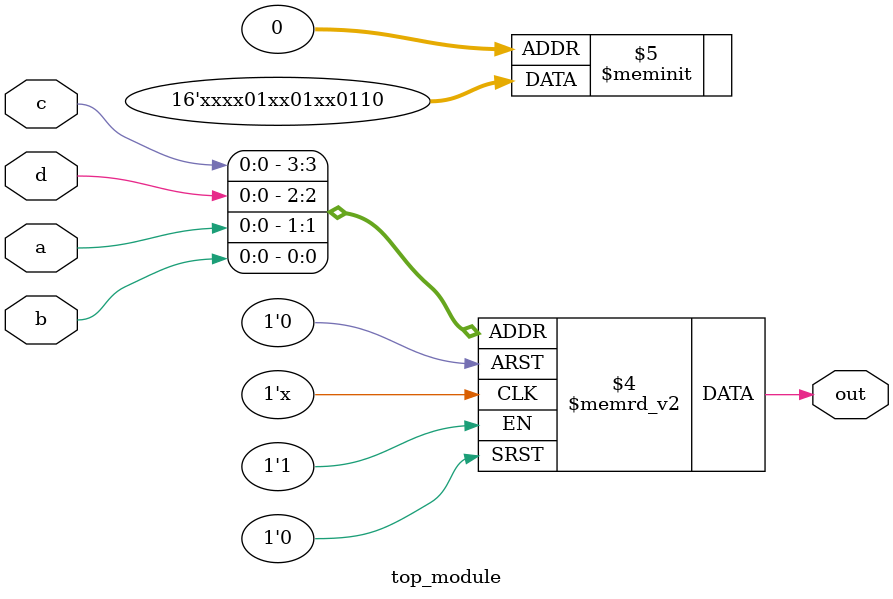
<source format=sv>
module top_module (
    input a, 
    input b,
    input c,
    input d,
    output reg out
);

always @(*) begin
    case ({c, d, a, b})
        4'b0000: out = 1'b0;
        4'b0001: out = 1'b1;
        4'b0011: out = 1'b0;
        4'b0010: out = 1'b1;
        4'b0111: out = 1'b0;
        4'b0110: out = 1'b1;
        4'b1011: out = 1'b0;
        4'b1010: out = 1'b1;
    endcase
end

endmodule

</source>
